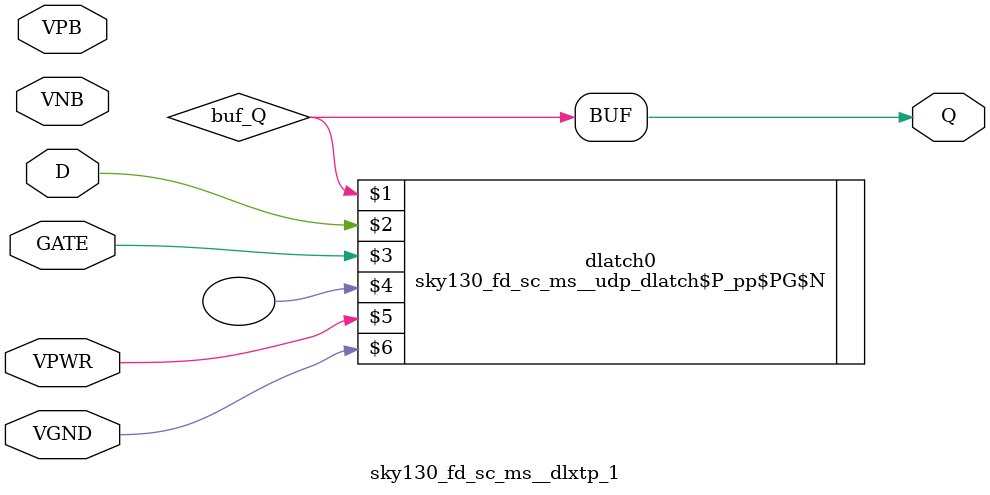
<source format=v>
/*
 * Copyright 2020 The SkyWater PDK Authors
 *
 * Licensed under the Apache License, Version 2.0 (the "License");
 * you may not use this file except in compliance with the License.
 * You may obtain a copy of the License at
 *
 *     https://www.apache.org/licenses/LICENSE-2.0
 *
 * Unless required by applicable law or agreed to in writing, software
 * distributed under the License is distributed on an "AS IS" BASIS,
 * WITHOUT WARRANTIES OR CONDITIONS OF ANY KIND, either express or implied.
 * See the License for the specific language governing permissions and
 * limitations under the License.
 *
 * SPDX-License-Identifier: Apache-2.0
*/


`ifndef SKY130_FD_SC_MS__DLXTP_1_FUNCTIONAL_PP_V
`define SKY130_FD_SC_MS__DLXTP_1_FUNCTIONAL_PP_V

/**
 * dlxtp: Delay latch, non-inverted enable, single output.
 *
 * Verilog simulation functional model.
 */

`timescale 1ns / 1ps
`default_nettype none

// Import user defined primitives.
`include "../../models/udp_dlatch_p_pp_pg_n/sky130_fd_sc_ms__udp_dlatch_p_pp_pg_n.v"

`celldefine
module sky130_fd_sc_ms__dlxtp_1 (
    Q   ,
    D   ,
    GATE,
    VPWR,
    VGND,
    VPB ,
    VNB
);

    // Module ports
    output Q   ;
    input  D   ;
    input  GATE;
    input  VPWR;
    input  VGND;
    input  VPB ;
    input  VNB ;

    // Local signals
    wire buf_Q;

    //                                    Name     Output  Other arguments
    sky130_fd_sc_ms__udp_dlatch$P_pp$PG$N dlatch0 (buf_Q , D, GATE, , VPWR, VGND);
    buf                                   buf0    (Q     , buf_Q                );

endmodule
`endcelldefine

`default_nettype wire
`endif  // SKY130_FD_SC_MS__DLXTP_1_FUNCTIONAL_PP_V

</source>
